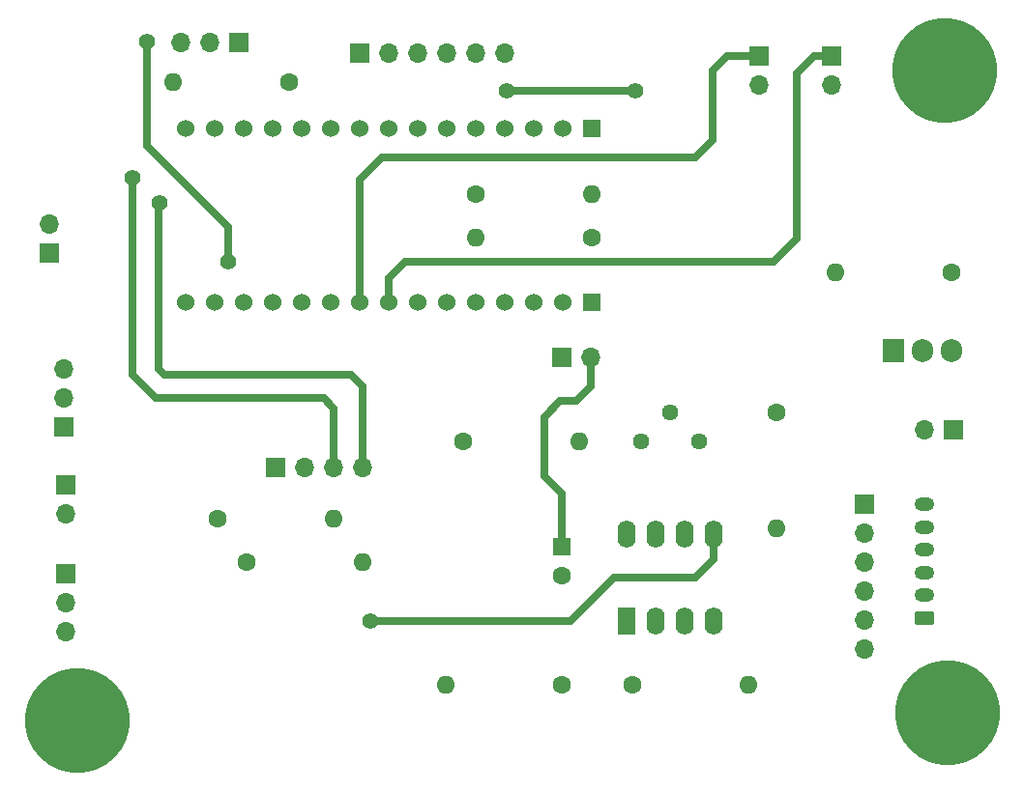
<source format=gbr>
%TF.GenerationSoftware,KiCad,Pcbnew,8.0.1*%
%TF.CreationDate,2025-05-23T10:34:09+02:00*%
%TF.ProjectId,Regul_Temp_L432KC,52656775-6c5f-4546-956d-705f4c343332,rev?*%
%TF.SameCoordinates,Original*%
%TF.FileFunction,Copper,L1,Top*%
%TF.FilePolarity,Positive*%
%FSLAX46Y46*%
G04 Gerber Fmt 4.6, Leading zero omitted, Abs format (unit mm)*
G04 Created by KiCad (PCBNEW 8.0.1) date 2025-05-23 10:34:09*
%MOMM*%
%LPD*%
G01*
G04 APERTURE LIST*
G04 Aperture macros list*
%AMRoundRect*
0 Rectangle with rounded corners*
0 $1 Rounding radius*
0 $2 $3 $4 $5 $6 $7 $8 $9 X,Y pos of 4 corners*
0 Add a 4 corners polygon primitive as box body*
4,1,4,$2,$3,$4,$5,$6,$7,$8,$9,$2,$3,0*
0 Add four circle primitives for the rounded corners*
1,1,$1+$1,$2,$3*
1,1,$1+$1,$4,$5*
1,1,$1+$1,$6,$7*
1,1,$1+$1,$8,$9*
0 Add four rect primitives between the rounded corners*
20,1,$1+$1,$2,$3,$4,$5,0*
20,1,$1+$1,$4,$5,$6,$7,0*
20,1,$1+$1,$6,$7,$8,$9,0*
20,1,$1+$1,$8,$9,$2,$3,0*%
G04 Aperture macros list end*
%TA.AperFunction,ComponentPad*%
%ADD10R,1.700000X1.700000*%
%TD*%
%TA.AperFunction,ComponentPad*%
%ADD11O,1.700000X1.700000*%
%TD*%
%TA.AperFunction,ComponentPad*%
%ADD12RoundRect,0.250000X0.625000X-0.350000X0.625000X0.350000X-0.625000X0.350000X-0.625000X-0.350000X0*%
%TD*%
%TA.AperFunction,ComponentPad*%
%ADD13O,1.750000X1.200000*%
%TD*%
%TA.AperFunction,ComponentPad*%
%ADD14C,1.600000*%
%TD*%
%TA.AperFunction,ComponentPad*%
%ADD15O,1.600000X1.600000*%
%TD*%
%TA.AperFunction,ComponentPad*%
%ADD16R,1.905000X2.000000*%
%TD*%
%TA.AperFunction,ComponentPad*%
%ADD17O,1.905000X2.000000*%
%TD*%
%TA.AperFunction,ComponentPad*%
%ADD18R,1.600000X1.600000*%
%TD*%
%TA.AperFunction,ComponentPad*%
%ADD19R,1.600000X2.400000*%
%TD*%
%TA.AperFunction,ComponentPad*%
%ADD20O,1.600000X2.400000*%
%TD*%
%TA.AperFunction,ComponentPad*%
%ADD21C,1.440000*%
%TD*%
%TA.AperFunction,ComponentPad*%
%ADD22R,1.530000X1.530000*%
%TD*%
%TA.AperFunction,ComponentPad*%
%ADD23C,1.530000*%
%TD*%
%TA.AperFunction,ComponentPad*%
%ADD24C,9.200000*%
%TD*%
%TA.AperFunction,ViaPad*%
%ADD25C,1.400000*%
%TD*%
%TA.AperFunction,Conductor*%
%ADD26C,0.700000*%
%TD*%
G04 APERTURE END LIST*
D10*
%TO.P,J9,1,Pin_1*%
%TO.N,GND*%
X260858000Y-123190000D03*
D11*
%TO.P,J9,2,Pin_2*%
%TO.N,VMOT*%
X258318000Y-123190000D03*
%TD*%
D10*
%TO.P,J2,1,Pin_1*%
%TO.N,GND*%
X181737000Y-107696000D03*
D11*
%TO.P,J2,2,Pin_2*%
%TO.N,Net-(J2-Pin_2)*%
X181737000Y-105156000D03*
%TD*%
D12*
%TO.P,J11,1,Pin_1*%
%TO.N,unconnected-(J11-Pin_1-Pad1)*%
X258318000Y-139667000D03*
D13*
%TO.P,J11,2,Pin_2*%
%TO.N,unconnected-(J11-Pin_2-Pad2)*%
X258318000Y-137667000D03*
%TO.P,J11,3,Pin_3*%
%TO.N,unconnected-(J11-Pin_3-Pad3)*%
X258318000Y-135667000D03*
%TO.P,J11,4,Pin_4*%
%TO.N,unconnected-(J11-Pin_4-Pad4)*%
X258318000Y-133667000D03*
%TO.P,J11,5,Pin_5*%
%TO.N,PWM_MOT*%
X258318000Y-131667000D03*
%TO.P,J11,6,Pin_6*%
%TO.N,VMOT*%
X258318000Y-129667000D03*
%TD*%
D10*
%TO.P,J6,1,Pin_1*%
%TO.N,DAC2_OUT*%
X250190000Y-90424000D03*
D11*
%TO.P,J6,2,Pin_2*%
%TO.N,GND*%
X250190000Y-92964000D03*
%TD*%
D14*
%TO.P,R9,1*%
%TO.N,GND*%
X260731000Y-109347000D03*
D15*
%TO.P,R9,2*%
%TO.N,PWM1*%
X250571000Y-109347000D03*
%TD*%
D16*
%TO.P,Q1,1,G*%
%TO.N,PWM1*%
X255651000Y-116205000D03*
D17*
%TO.P,Q1,2,D*%
%TO.N,PWM_MOT*%
X258191000Y-116205000D03*
%TO.P,Q1,3,S*%
%TO.N,GND*%
X260731000Y-116205000D03*
%TD*%
D14*
%TO.P,R3,1*%
%TO.N,Net-(J2-Pin_2)*%
X219075000Y-102489000D03*
D15*
%TO.P,R3,2*%
%TO.N,Net-(U1A-+)*%
X229235000Y-102489000D03*
%TD*%
D18*
%TO.P,C1,1*%
%TO.N,Vin*%
X226568000Y-133439772D03*
D14*
%TO.P,C1,2*%
%TO.N,GND*%
X226568000Y-135939772D03*
%TD*%
D10*
%TO.P,J14,1,Pin_1*%
%TO.N,In_consigne*%
X183134000Y-135763000D03*
D11*
%TO.P,J14,2,Pin_2*%
%TO.N,Net-(J14-Pin_2)*%
X183134000Y-138303000D03*
%TO.P,J14,3,Pin_3*%
%TO.N,T_consigne*%
X183134000Y-140843000D03*
%TD*%
D19*
%TO.P,U1,1*%
%TO.N,T_MESURE*%
X232283000Y-139954000D03*
D20*
%TO.P,U1,2,-*%
%TO.N,Net-(U1A--)*%
X234823000Y-139954000D03*
%TO.P,U1,3,+*%
%TO.N,Net-(U1A-+)*%
X237363000Y-139954000D03*
%TO.P,U1,4,V-*%
%TO.N,GND*%
X239903000Y-139954000D03*
%TO.P,U1,5,+*%
%TO.N,Net-(J14-Pin_2)*%
X239903000Y-132334000D03*
%TO.P,U1,6,-*%
%TO.N,T_CONSIGNE*%
X237363000Y-132334000D03*
%TO.P,U1,7*%
X234823000Y-132334000D03*
%TO.P,U1,8,V+*%
%TO.N,Vin*%
X232283000Y-132334000D03*
%TD*%
D14*
%TO.P,R7,1*%
%TO.N,3.3V*%
X196469000Y-130937000D03*
D15*
%TO.P,R7,2*%
%TO.N,SCL*%
X206629000Y-130937000D03*
%TD*%
D21*
%TO.P,RV1,1,1*%
%TO.N,Net-(R1-Pad1)*%
X238633000Y-124206000D03*
%TO.P,RV1,2,2*%
%TO.N,Net-(R4-Pad1)*%
X236093000Y-121666000D03*
%TO.P,RV1,3,3*%
%TO.N,Net-(R2-Pad2)*%
X233553000Y-124206000D03*
%TD*%
D14*
%TO.P,R1,1*%
%TO.N,Net-(R1-Pad1)*%
X229235000Y-106299000D03*
D15*
%TO.P,R1,2*%
%TO.N,3.3V*%
X219075000Y-106299000D03*
%TD*%
D22*
%TO.P,U2,CN3_1,PA9*%
%TO.N,unconnected-(U2A-PA9-PadCN3_1)*%
X229235000Y-96774000D03*
D23*
%TO.P,U2,CN3_2,PA10*%
%TO.N,unconnected-(U2A-PA10-PadCN3_2)*%
X226695000Y-96774000D03*
%TO.P,U2,CN3_3,NRST_CN3*%
%TO.N,unconnected-(U2A-NRST_CN3-PadCN3_3)*%
X224155000Y-96774000D03*
%TO.P,U2,CN3_4,GND_CN3*%
%TO.N,GND*%
X221615000Y-96774000D03*
%TO.P,U2,CN3_5,PA12*%
%TO.N,SIGNE*%
X219075000Y-96774000D03*
%TO.P,U2,CN3_6,PB0*%
%TO.N,PWM2*%
X216535000Y-96774000D03*
%TO.P,U2,CN3_7,PB7*%
%TO.N,SDA*%
X213995000Y-96774000D03*
%TO.P,U2,CN3_8,PB6*%
%TO.N,SCL*%
X211455000Y-96774000D03*
%TO.P,U2,CN3_9,PB1*%
%TO.N,PWM1*%
X208915000Y-96774000D03*
%TO.P,U2,CN3_10,PC14*%
%TO.N,unconnected-(U2A-PC14-PadCN3_10)*%
X206375000Y-96774000D03*
%TO.P,U2,CN3_11,PC15*%
%TO.N,unconnected-(U2A-PC15-PadCN3_11)*%
X203835000Y-96774000D03*
%TO.P,U2,CN3_12,PA8*%
%TO.N,unconnected-(U2A-PA8-PadCN3_12)*%
X201295000Y-96774000D03*
%TO.P,U2,CN3_13,PA11*%
%TO.N,CHOICE*%
X198755000Y-96774000D03*
%TO.P,U2,CN3_14,PB5*%
%TO.N,unconnected-(U2A-PB5-PadCN3_14)*%
X196215000Y-96774000D03*
%TO.P,U2,CN3_15,PB4*%
%TO.N,unconnected-(U2A-PB4-PadCN3_15)*%
X193675000Y-96774000D03*
D22*
%TO.P,U2,CN4_1,VIN*%
%TO.N,Vin*%
X229235000Y-112014000D03*
D23*
%TO.P,U2,CN4_2,GND_CN4*%
%TO.N,GND*%
X226695000Y-112014000D03*
%TO.P,U2,CN4_3,NRST_CN4*%
%TO.N,unconnected-(U2B-NRST_CN4-PadCN4_3)*%
X224155000Y-112014000D03*
%TO.P,U2,CN4_4,+5V*%
%TO.N,5V*%
X221615000Y-112014000D03*
%TO.P,U2,CN4_5,PA2*%
%TO.N,TIK*%
X219075000Y-112014000D03*
%TO.P,U2,CN4_6,PA7*%
%TO.N,unconnected-(U2B-PA7-PadCN4_6)*%
X216535000Y-112014000D03*
%TO.P,U2,CN4_7,PA6*%
%TO.N,unconnected-(U2B-PA6-PadCN4_7)*%
X213995000Y-112014000D03*
%TO.P,U2,CN4_8,PA5*%
%TO.N,DAC2_OUT*%
X211455000Y-112014000D03*
%TO.P,U2,CN4_9,PA4*%
%TO.N,DAC1_OUT*%
X208915000Y-112014000D03*
%TO.P,U2,CN4_10,PA3*%
%TO.N,unconnected-(U2B-PA3-PadCN4_10)*%
X206375000Y-112014000D03*
%TO.P,U2,CN4_11,PA1*%
%TO.N,T_CONSIGNE*%
X203835000Y-112014000D03*
%TO.P,U2,CN4_12,PA0*%
%TO.N,T_MESURE*%
X201295000Y-112014000D03*
%TO.P,U2,CN4_13,AREF*%
%TO.N,unconnected-(U2B-AREF-PadCN4_13)*%
X198755000Y-112014000D03*
%TO.P,U2,CN4_14,+3V3*%
%TO.N,3.3V*%
X196215000Y-112014000D03*
%TO.P,U2,CN4_15,PB3*%
%TO.N,unconnected-(U2B-PB3-PadCN4_15)*%
X193675000Y-112014000D03*
%TD*%
D10*
%TO.P,J4,1,Pin_1*%
%TO.N,GND*%
X198359000Y-89179000D03*
D11*
%TO.P,J4,2,Pin_2*%
%TO.N,CHOICE*%
X195819000Y-89179000D03*
%TO.P,J4,3,Pin_3*%
%TO.N,3.3V*%
X193279000Y-89179000D03*
%TD*%
D10*
%TO.P,J3,1,Pin_1*%
%TO.N,GND*%
X226568000Y-116840000D03*
D11*
%TO.P,J3,2,Pin_2*%
%TO.N,Vin*%
X229108000Y-116840000D03*
%TD*%
D14*
%TO.P,R5,1*%
%TO.N,Net-(U1A--)*%
X232791000Y-145542000D03*
D15*
%TO.P,R5,2*%
%TO.N,GND*%
X242951000Y-145542000D03*
%TD*%
D24*
%TO.P,,1*%
%TO.N,N/C*%
X260096000Y-91694000D03*
%TD*%
D10*
%TO.P,J8,1,Pin_1*%
%TO.N,GND*%
X201549000Y-126492000D03*
D11*
%TO.P,J8,2,Pin_2*%
%TO.N,3.3V*%
X204089000Y-126492000D03*
%TO.P,J8,3,Pin_3*%
%TO.N,SCL*%
X206629000Y-126492000D03*
%TO.P,J8,4,Pin_4*%
%TO.N,SDA*%
X209169000Y-126492000D03*
%TD*%
D24*
%TO.P,REF\u002A\u002A,1*%
%TO.N,N/C*%
X260350000Y-148000000D03*
%TD*%
D10*
%TO.P,J12,1,Pin_1*%
%TO.N,VMOT*%
X253111000Y-129667000D03*
D11*
%TO.P,J12,2,Pin_2*%
%TO.N,PWM_MOT*%
X253111000Y-132207000D03*
%TO.P,J12,3,Pin_3*%
%TO.N,unconnected-(J12-Pin_3-Pad3)*%
X253111000Y-134747000D03*
%TO.P,J12,4,Pin_4*%
%TO.N,unconnected-(J12-Pin_4-Pad4)*%
X253111000Y-137287000D03*
%TO.P,J12,5,Pin_5*%
%TO.N,unconnected-(J12-Pin_5-Pad5)*%
X253111000Y-139827000D03*
%TO.P,J12,6,Pin_6*%
%TO.N,unconnected-(J12-Pin_6-Pad6)*%
X253111000Y-142367000D03*
%TD*%
D10*
%TO.P,J5,1,Pin_1*%
%TO.N,PWM1*%
X208915000Y-90170000D03*
D11*
%TO.P,J5,2,Pin_2*%
%TO.N,PWM2*%
X211455000Y-90170000D03*
%TO.P,J5,3,Pin_3*%
%TO.N,SIGNE*%
X213995000Y-90170000D03*
%TO.P,J5,4,Pin_4*%
%TO.N,TIK*%
X216535000Y-90170000D03*
%TO.P,J5,5,Pin_5*%
%TO.N,unconnected-(J5-Pin_5-Pad5)*%
X219075000Y-90170000D03*
%TO.P,J5,6,Pin_6*%
%TO.N,GND*%
X221615000Y-90170000D03*
%TD*%
D14*
%TO.P,R2,1*%
%TO.N,GND*%
X217932000Y-124206000D03*
D15*
%TO.P,R2,2*%
%TO.N,Net-(R2-Pad2)*%
X228092000Y-124206000D03*
%TD*%
D14*
%TO.P,R8,1*%
%TO.N,3.3V*%
X199009000Y-134747000D03*
D15*
%TO.P,R8,2*%
%TO.N,SDA*%
X209169000Y-134747000D03*
%TD*%
D10*
%TO.P,J13,1,Pin_1*%
%TO.N,GND*%
X183134000Y-128016000D03*
D11*
%TO.P,J13,2,Pin_2*%
%TO.N,In_consigne*%
X183134000Y-130556000D03*
%TD*%
D10*
%TO.P,J7,1,Pin_1*%
%TO.N,DAC1_OUT*%
X243840000Y-90424000D03*
D11*
%TO.P,J7,2,Pin_2*%
%TO.N,GND*%
X243840000Y-92964000D03*
%TD*%
D14*
%TO.P,R6,1*%
%TO.N,Net-(U1A--)*%
X226568000Y-145542000D03*
D15*
%TO.P,R6,2*%
%TO.N,T_MESURE*%
X216408000Y-145542000D03*
%TD*%
D14*
%TO.P,R4,1*%
%TO.N,Net-(R4-Pad1)*%
X245364000Y-121666000D03*
D15*
%TO.P,R4,2*%
%TO.N,Net-(U1A-+)*%
X245364000Y-131826000D03*
%TD*%
D24*
%TO.P,REF\u002A\u002A,1*%
%TO.N,N/C*%
X184150000Y-148650000D03*
%TD*%
D10*
%TO.P,J1,1,Pin_1*%
%TO.N,GND*%
X183007000Y-122936000D03*
D11*
%TO.P,J1,2,Pin_2*%
%TO.N,T_consigne*%
X183007000Y-120396000D03*
%TO.P,J1,3,Pin_3*%
%TO.N,3.3V*%
X183007000Y-117856000D03*
%TD*%
D14*
%TO.P,R10,1*%
%TO.N,GND*%
X202692000Y-92710000D03*
D15*
%TO.P,R10,2*%
%TO.N,CHOICE*%
X192532000Y-92710000D03*
%TD*%
D25*
%TO.N,3.3V*%
X197358000Y-108458000D03*
X190246000Y-89154000D03*
%TO.N,TIK*%
X221742000Y-93472000D03*
X233045000Y-93472000D03*
%TO.N,SCL*%
X188976000Y-101092000D03*
%TO.N,SDA*%
X191389000Y-103251000D03*
%TO.N,Net-(J14-Pin_2)*%
X209804000Y-139954000D03*
%TD*%
D26*
%TO.N,3.3V*%
X190246000Y-98298000D02*
X197358000Y-105410000D01*
X190246000Y-89154000D02*
X190246000Y-98298000D01*
X197358000Y-105410000D02*
X197358000Y-108458000D01*
%TO.N,TIK*%
X221742000Y-93472000D02*
X233045000Y-93472000D01*
%TO.N,DAC2_OUT*%
X212852000Y-108458000D02*
X245110000Y-108458000D01*
X248666000Y-90424000D02*
X250190000Y-90424000D01*
X245110000Y-108458000D02*
X247142000Y-106426000D01*
X247142000Y-91948000D02*
X248666000Y-90424000D01*
X247142000Y-106426000D02*
X247142000Y-91948000D01*
X211455000Y-109855000D02*
X212852000Y-108458000D01*
X211455000Y-112014000D02*
X211455000Y-109855000D01*
%TO.N,DAC1_OUT*%
X241046000Y-90424000D02*
X239776000Y-91694000D01*
X239776000Y-97790000D02*
X238252000Y-99314000D01*
X238252000Y-99314000D02*
X210820000Y-99314000D01*
X210820000Y-99314000D02*
X208915000Y-101219000D01*
X243840000Y-90424000D02*
X241046000Y-90424000D01*
X239776000Y-91694000D02*
X239776000Y-97790000D01*
X208915000Y-101219000D02*
X208915000Y-112014000D01*
%TO.N,SCL*%
X206629000Y-121285000D02*
X206629000Y-126492000D01*
X188976000Y-118364000D02*
X191008000Y-120396000D01*
X188976000Y-101092000D02*
X188976000Y-118364000D01*
X191008000Y-120396000D02*
X205740000Y-120396000D01*
X205740000Y-120396000D02*
X206629000Y-121285000D01*
%TO.N,SDA*%
X191770000Y-118364000D02*
X208153000Y-118364000D01*
X191389000Y-103251000D02*
X191262000Y-103378000D01*
X208153000Y-118364000D02*
X209169000Y-119380000D01*
X191262000Y-117856000D02*
X191770000Y-118364000D01*
X191262000Y-103378000D02*
X191262000Y-117856000D01*
X209169000Y-119380000D02*
X209169000Y-126492000D01*
%TO.N,Vin*%
X229108000Y-119380000D02*
X229108000Y-116840000D01*
X227838000Y-120650000D02*
X229108000Y-119380000D01*
X225044000Y-122047000D02*
X226441000Y-120650000D01*
X225044000Y-127254000D02*
X225044000Y-122047000D01*
X226568000Y-133439772D02*
X226568000Y-128778000D01*
X226441000Y-120650000D02*
X227838000Y-120650000D01*
X226568000Y-128778000D02*
X225044000Y-127254000D01*
%TO.N,Net-(J14-Pin_2)*%
X231140000Y-136144000D02*
X238252000Y-136144000D01*
X238252000Y-136144000D02*
X239903000Y-134493000D01*
X209804000Y-139954000D02*
X227330000Y-139954000D01*
X239903000Y-134493000D02*
X239903000Y-132334000D01*
X227330000Y-139954000D02*
X231140000Y-136144000D01*
%TD*%
M02*

</source>
